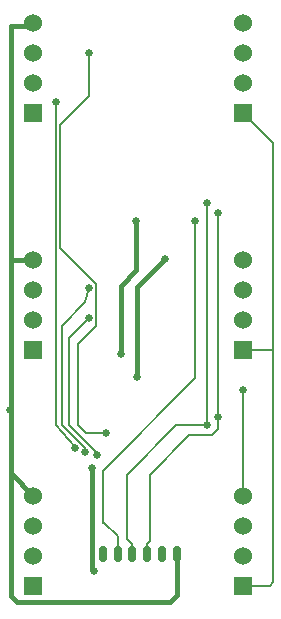
<source format=gbl>
G04 (created by PCBNEW (2013-07-07 BZR 4022)-stable) date 12/8/2013 11:31:44 AM*
%MOIN*%
G04 Gerber Fmt 3.4, Leading zero omitted, Abs format*
%FSLAX34Y34*%
G01*
G70*
G90*
G04 APERTURE LIST*
%ADD10C,0.00590551*%
%ADD11O,0.0274X0.0549*%
%ADD12R,0.06X0.06*%
%ADD13C,0.06*%
%ADD14C,0.025*%
%ADD15C,0.006*%
%ADD16C,0.008*%
%ADD17C,0.015*%
G04 APERTURE END LIST*
G54D10*
G54D11*
X86773Y-65389D03*
X86281Y-65389D03*
X85789Y-65389D03*
X85297Y-65389D03*
X84805Y-65389D03*
X84313Y-65389D03*
G54D12*
X89000Y-58586D03*
G54D13*
X89000Y-57586D03*
X89000Y-56586D03*
X89000Y-55586D03*
G54D12*
X82000Y-58586D03*
G54D13*
X82000Y-57586D03*
X82000Y-56586D03*
X82000Y-55586D03*
G54D12*
X89000Y-50712D03*
G54D13*
X89000Y-49712D03*
X89000Y-48712D03*
X89000Y-47712D03*
G54D12*
X82000Y-50712D03*
G54D13*
X82000Y-49712D03*
X82000Y-48712D03*
X82000Y-47712D03*
G54D12*
X89000Y-66460D03*
G54D13*
X89000Y-65460D03*
X89000Y-64460D03*
X89000Y-63460D03*
G54D12*
X82000Y-66460D03*
G54D13*
X82000Y-65460D03*
X82000Y-64460D03*
X82000Y-63460D03*
G54D14*
X89000Y-59950D03*
X87400Y-54300D03*
X87800Y-53700D03*
X87800Y-61100D03*
X88150Y-54050D03*
X88150Y-60850D03*
X84007Y-65964D03*
X83950Y-62550D03*
X85470Y-59493D03*
X86392Y-55562D03*
X84430Y-61360D03*
X83850Y-48700D03*
X83380Y-61860D03*
X82750Y-50350D03*
X83730Y-62010D03*
X83850Y-56550D03*
X83850Y-57550D03*
X84130Y-62110D03*
X81235Y-60585D03*
X84917Y-58737D03*
X85430Y-54310D03*
G54D15*
X89000Y-58586D02*
X90000Y-58586D01*
X89000Y-66460D02*
X89889Y-66460D01*
X89889Y-66460D02*
X90000Y-66350D01*
X90000Y-66350D02*
X90000Y-58586D01*
X90000Y-51712D02*
X89000Y-50712D01*
X90000Y-58586D02*
X90000Y-51712D01*
X89000Y-63460D02*
X89000Y-59950D01*
G54D16*
X84805Y-65389D02*
X84805Y-64805D01*
X84330Y-64330D02*
X84330Y-64330D01*
X84805Y-64805D02*
X84330Y-64330D01*
X84319Y-63000D02*
X84319Y-62631D01*
X87400Y-59550D02*
X87400Y-58500D01*
X84319Y-62631D02*
X87400Y-59550D01*
X84330Y-64358D02*
X84330Y-64330D01*
X84330Y-64330D02*
X84319Y-63000D01*
X84319Y-63000D02*
X84319Y-62981D01*
X87400Y-58500D02*
X87400Y-54300D01*
X87400Y-58550D02*
X87400Y-58500D01*
X85297Y-65389D02*
X85297Y-65072D01*
X87790Y-61110D02*
X87800Y-61100D01*
X85114Y-64889D02*
X85107Y-62757D01*
X85107Y-62757D02*
X86754Y-61110D01*
X86754Y-61110D02*
X87790Y-61110D01*
X85297Y-65072D02*
X85114Y-64889D01*
X87800Y-61100D02*
X87800Y-53700D01*
X85789Y-65389D02*
X85789Y-65061D01*
X85893Y-62757D02*
X87200Y-61450D01*
X87200Y-61450D02*
X87950Y-61450D01*
X87950Y-61450D02*
X88150Y-61250D01*
X88150Y-61250D02*
X88150Y-60850D01*
X85889Y-64960D02*
X85893Y-62757D01*
X85789Y-65061D02*
X85889Y-64960D01*
X88150Y-60850D02*
X88150Y-54050D01*
G54D17*
X84007Y-65964D02*
X83957Y-65914D01*
X83950Y-62550D02*
X83957Y-65914D01*
X85470Y-56484D02*
X85470Y-59493D01*
X86392Y-55562D02*
X85470Y-56484D01*
G54D16*
X84430Y-61360D02*
X83760Y-61360D01*
X83850Y-50150D02*
X83850Y-48700D01*
X82900Y-51100D02*
X83850Y-50150D01*
X82900Y-55200D02*
X82900Y-51100D01*
X84100Y-56400D02*
X82900Y-55200D01*
X84100Y-57800D02*
X84100Y-56400D01*
X83500Y-58400D02*
X84100Y-57800D01*
X83500Y-61100D02*
X83500Y-58400D01*
X83760Y-61360D02*
X83500Y-61100D01*
X82750Y-61100D02*
X82750Y-50350D01*
X83380Y-61860D02*
X83380Y-61830D01*
X83380Y-61830D02*
X82750Y-61100D01*
X83730Y-62010D02*
X83730Y-61880D01*
X83730Y-57010D02*
X83850Y-56550D01*
X82950Y-57790D02*
X83730Y-57010D01*
X82950Y-61100D02*
X82950Y-57790D01*
X83730Y-61880D02*
X82950Y-61100D01*
X83200Y-58500D02*
X83200Y-58200D01*
X83200Y-58200D02*
X83850Y-57550D01*
X84130Y-62110D02*
X84130Y-62030D01*
X83200Y-61100D02*
X83200Y-58500D01*
X83200Y-58500D02*
X83200Y-58490D01*
X84130Y-62030D02*
X83200Y-61100D01*
G54D17*
X81450Y-67000D02*
X86551Y-67000D01*
X81450Y-67000D02*
X81250Y-66800D01*
X81250Y-62710D02*
X81250Y-66800D01*
X86773Y-66777D02*
X86773Y-65389D01*
X86551Y-67000D02*
X86773Y-66777D01*
X81250Y-47804D02*
X81908Y-47804D01*
X81908Y-47804D02*
X82000Y-47712D01*
X85430Y-54310D02*
X85430Y-55950D01*
X84917Y-56463D02*
X84917Y-58737D01*
X85430Y-55950D02*
X84917Y-56463D01*
X81235Y-60585D02*
X81250Y-60585D01*
X81250Y-60585D02*
X81235Y-60585D01*
X81235Y-60585D02*
X81250Y-60585D01*
X82000Y-55586D02*
X81313Y-55586D01*
X81313Y-55586D02*
X81250Y-55650D01*
X81250Y-47800D02*
X81250Y-47804D01*
X81250Y-47804D02*
X81250Y-54300D01*
X81250Y-62710D02*
X82000Y-63460D01*
X81250Y-54300D02*
X81250Y-55650D01*
X81250Y-55650D02*
X81250Y-60585D01*
X81250Y-60585D02*
X81250Y-62710D01*
M02*

</source>
